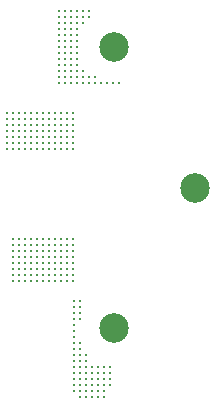
<source format=gbr>
G04 Layer_Color=0*
%FSLAX25Y25*%
%MOIN*%
%TF.FileFunction,PTH,Drill*%
%TF.Part,Single*%
G01*
G75*
%TA.AperFunction,OtherDrill*%
%ADD20C,0.09843*%
%TA.AperFunction,ViaDrill*%
%ADD21C,0.01000*%
D20*
X366683Y440497D02*
D03*
X366683Y346905D02*
D03*
X393701Y393701D02*
D03*
D21*
X353000Y412500D02*
D03*
X351000D02*
D03*
X349000D02*
D03*
X347000D02*
D03*
X345000D02*
D03*
X343000D02*
D03*
X341000D02*
D03*
X339000D02*
D03*
Y414500D02*
D03*
X341000D02*
D03*
X343000D02*
D03*
X345000D02*
D03*
X347000D02*
D03*
X349000D02*
D03*
X351000D02*
D03*
X353000D02*
D03*
Y416500D02*
D03*
X351000D02*
D03*
X349000D02*
D03*
X347000D02*
D03*
X345000D02*
D03*
X343000D02*
D03*
X341000D02*
D03*
X339000D02*
D03*
Y418500D02*
D03*
X341000D02*
D03*
X343000D02*
D03*
X345000D02*
D03*
X347000D02*
D03*
X349000D02*
D03*
X351000D02*
D03*
X353000D02*
D03*
Y410500D02*
D03*
X351000D02*
D03*
X349000D02*
D03*
X347000D02*
D03*
X345000D02*
D03*
X343000D02*
D03*
X341000D02*
D03*
X339000D02*
D03*
X337000D02*
D03*
Y412500D02*
D03*
Y414500D02*
D03*
Y416500D02*
D03*
Y418500D02*
D03*
X335000D02*
D03*
Y416500D02*
D03*
Y414500D02*
D03*
Y412500D02*
D03*
Y410500D02*
D03*
X333000D02*
D03*
Y412500D02*
D03*
Y414500D02*
D03*
Y416500D02*
D03*
Y418500D02*
D03*
X331000D02*
D03*
Y416500D02*
D03*
Y414500D02*
D03*
Y412500D02*
D03*
Y410500D02*
D03*
X343000Y408500D02*
D03*
X345000D02*
D03*
X341000D02*
D03*
X347000D02*
D03*
X349000D02*
D03*
X351000D02*
D03*
X353000D02*
D03*
X339000D02*
D03*
X337000D02*
D03*
X335000D02*
D03*
X333000D02*
D03*
X331000D02*
D03*
Y406500D02*
D03*
X333000D02*
D03*
X335000D02*
D03*
X337000D02*
D03*
X339000D02*
D03*
X341000D02*
D03*
X343000D02*
D03*
X345000D02*
D03*
X347000D02*
D03*
X349000D02*
D03*
X351000D02*
D03*
X353000D02*
D03*
X364500Y428500D02*
D03*
X362500D02*
D03*
X360500D02*
D03*
X358500D02*
D03*
Y430500D02*
D03*
X360500D02*
D03*
X366500Y428500D02*
D03*
X368500D02*
D03*
X356500Y430500D02*
D03*
Y428500D02*
D03*
Y432500D02*
D03*
X354500D02*
D03*
Y430500D02*
D03*
Y428500D02*
D03*
Y434500D02*
D03*
Y436500D02*
D03*
Y438500D02*
D03*
Y440500D02*
D03*
Y442500D02*
D03*
Y444500D02*
D03*
Y446500D02*
D03*
Y448500D02*
D03*
X356500D02*
D03*
Y450500D02*
D03*
X354500D02*
D03*
Y452500D02*
D03*
X356500D02*
D03*
X358500Y450500D02*
D03*
Y452500D02*
D03*
X352500D02*
D03*
Y450500D02*
D03*
Y448500D02*
D03*
Y446500D02*
D03*
Y444500D02*
D03*
Y442500D02*
D03*
Y440500D02*
D03*
Y438500D02*
D03*
Y436500D02*
D03*
Y434500D02*
D03*
Y432500D02*
D03*
Y430500D02*
D03*
Y428500D02*
D03*
X350500D02*
D03*
Y430500D02*
D03*
Y432500D02*
D03*
Y434500D02*
D03*
Y436500D02*
D03*
Y438500D02*
D03*
Y440500D02*
D03*
Y442500D02*
D03*
Y444500D02*
D03*
Y446500D02*
D03*
Y448500D02*
D03*
Y450500D02*
D03*
Y452500D02*
D03*
X348500D02*
D03*
Y450500D02*
D03*
Y448500D02*
D03*
Y446500D02*
D03*
Y444500D02*
D03*
Y442500D02*
D03*
Y440500D02*
D03*
Y438500D02*
D03*
Y436500D02*
D03*
Y434500D02*
D03*
Y432500D02*
D03*
Y430500D02*
D03*
Y428500D02*
D03*
X355500Y356000D02*
D03*
X353500D02*
D03*
X355500Y354000D02*
D03*
X353500D02*
D03*
X355500Y352000D02*
D03*
X353500D02*
D03*
X355500Y350000D02*
D03*
X353500D02*
D03*
Y348000D02*
D03*
Y346000D02*
D03*
Y344000D02*
D03*
Y342000D02*
D03*
X355500D02*
D03*
Y340000D02*
D03*
X353500D02*
D03*
Y338000D02*
D03*
X355500D02*
D03*
X357500D02*
D03*
Y336000D02*
D03*
X355500D02*
D03*
X353500D02*
D03*
Y334000D02*
D03*
X355500D02*
D03*
X357500D02*
D03*
Y332000D02*
D03*
X353500D02*
D03*
X355500D02*
D03*
X353500Y330000D02*
D03*
X355500D02*
D03*
X357500D02*
D03*
X359500D02*
D03*
Y332000D02*
D03*
Y334000D02*
D03*
X361500D02*
D03*
Y332000D02*
D03*
Y330000D02*
D03*
X363500D02*
D03*
Y332000D02*
D03*
Y334000D02*
D03*
X365500D02*
D03*
Y332000D02*
D03*
Y330000D02*
D03*
Y328000D02*
D03*
X363500D02*
D03*
X361500D02*
D03*
X359500D02*
D03*
X357500D02*
D03*
X355500D02*
D03*
X353500D02*
D03*
X363500Y326000D02*
D03*
X361500D02*
D03*
X359500D02*
D03*
X357500D02*
D03*
X355500D02*
D03*
X353500D02*
D03*
X363500Y324000D02*
D03*
X361500D02*
D03*
X359500D02*
D03*
X357500D02*
D03*
X355500D02*
D03*
X353000Y376500D02*
D03*
X351000D02*
D03*
X349000D02*
D03*
X353000Y374500D02*
D03*
X351000D02*
D03*
X349000D02*
D03*
X347000Y376500D02*
D03*
Y374500D02*
D03*
X345000D02*
D03*
Y376500D02*
D03*
X343000D02*
D03*
Y374500D02*
D03*
X341000Y376500D02*
D03*
Y374500D02*
D03*
X339000D02*
D03*
Y376500D02*
D03*
X337000D02*
D03*
Y374500D02*
D03*
X335000D02*
D03*
Y376500D02*
D03*
X333000D02*
D03*
Y374500D02*
D03*
Y372500D02*
D03*
X335000D02*
D03*
X337000D02*
D03*
X339000D02*
D03*
X341000D02*
D03*
X343000D02*
D03*
X345000D02*
D03*
X347000D02*
D03*
X349000D02*
D03*
X351000D02*
D03*
X353000D02*
D03*
Y370500D02*
D03*
X351000D02*
D03*
X349000D02*
D03*
X347000D02*
D03*
X345000D02*
D03*
X343000D02*
D03*
X341000D02*
D03*
X339000D02*
D03*
X337000D02*
D03*
X335000D02*
D03*
X333000D02*
D03*
Y368500D02*
D03*
X335000D02*
D03*
X337000D02*
D03*
D03*
X339000D02*
D03*
X341000D02*
D03*
X343000D02*
D03*
X345000D02*
D03*
X347000D02*
D03*
X349000D02*
D03*
X351000D02*
D03*
X353000D02*
D03*
Y366500D02*
D03*
X351000D02*
D03*
X349000D02*
D03*
X347000D02*
D03*
X345000D02*
D03*
X343000D02*
D03*
X341000D02*
D03*
X339000D02*
D03*
X337000D02*
D03*
X335000D02*
D03*
X333000D02*
D03*
Y364500D02*
D03*
X335000D02*
D03*
X337000D02*
D03*
X339000D02*
D03*
X341000D02*
D03*
X343000D02*
D03*
X345000D02*
D03*
X347000D02*
D03*
X349000D02*
D03*
X351000D02*
D03*
X353000D02*
D03*
Y362500D02*
D03*
X351000D02*
D03*
X349000D02*
D03*
X347000D02*
D03*
X345000D02*
D03*
X343000D02*
D03*
X341000D02*
D03*
X339000D02*
D03*
X337000D02*
D03*
X335000D02*
D03*
X333000D02*
D03*
%TF.MD5,FBB6FF5C18F9EF1FCF56420908C06D95*%
M02*

</source>
